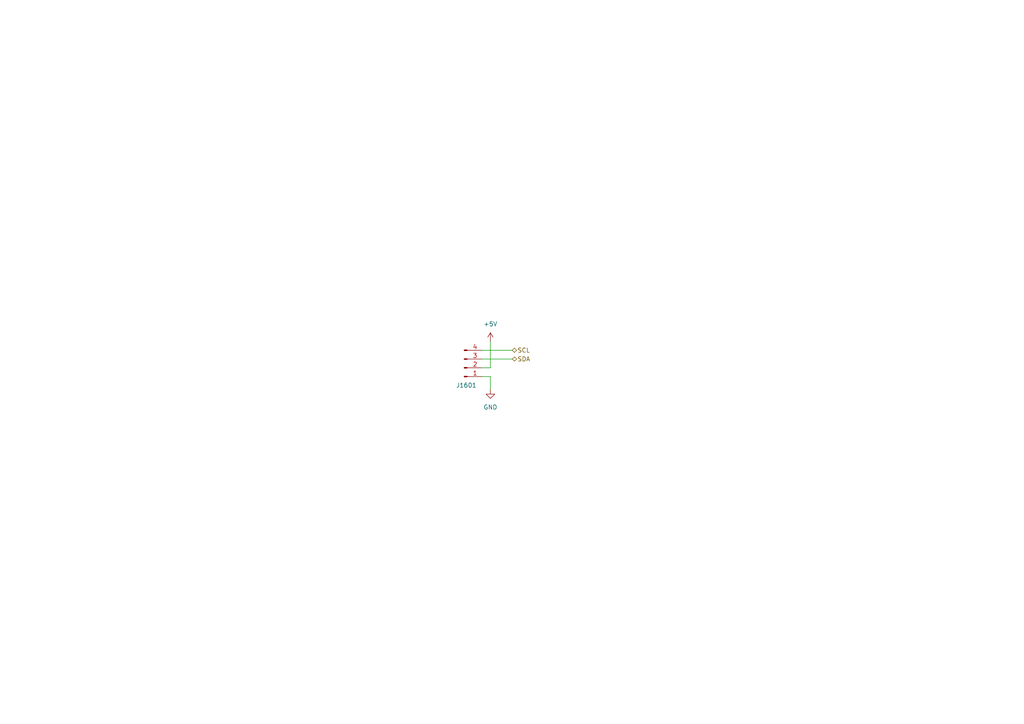
<source format=kicad_sch>
(kicad_sch (version 20230121) (generator eeschema)
  (paper "A4")
  (lib_symbols
    (symbol "Connector:Conn_01x04_Pin" (pin_names (offset 1.016) hide)
      (property "Reference" "J" (at 0 5.08 0))
      (property "Value" "Conn_01x04_Pin" (at 0 -7.62 0))
      (symbol "Conn_01x04_Pin_1_1"
        (polyline (pts (xy 1.27 -5.08) (xy 0.8636 -5.08)) (stroke (width 0.1524)))
        (polyline (pts (xy 1.27 -2.54) (xy 0.8636 -2.54)) (stroke (width 0.1524)))
        (polyline (pts (xy 1.27 0) (xy 0.8636 0)) (stroke (width 0.1524)))
        (polyline (pts (xy 1.27 2.54) (xy 0.8636 2.54)) (stroke (width 0.1524)))
        (rectangle (start 0.8636 -4.953) (end 0 -5.207) (stroke (width 0.1524)) (fill (type outline)))
        (rectangle (start 0.8636 -2.413) (end 0 -2.667) (stroke (width 0.1524)) (fill (type outline)))
        (rectangle (start 0.8636 0.127) (end 0 -0.127) (stroke (width 0.1524)) (fill (type outline)))
        (rectangle (start 0.8636 2.667) (end 0 2.413) (stroke (width 0.1524)) (fill (type outline)))
        (pin passive line (at 5.08 2.54 180) (length 3.81) (name "Pin_1") (number "1"))
        (pin passive line (at 5.08 0 180) (length 3.81) (name "Pin_2") (number "2"))
        (pin passive line (at 5.08 -2.54 180) (length 3.81) (name "Pin_3") (number "3"))
        (pin passive line (at 5.08 -5.08 180) (length 3.81) (name "Pin_4") (number "4"))
      )
    )
    (symbol "power:+5V" (power) (pin_names (offset 0))
      (property "Value" "+5V" (at 0 3.556 0))
      (symbol "+5V_0_1"
        (polyline (pts (xy -0.762 1.27) (xy 0 2.54)))
        (polyline (pts (xy 0 0) (xy 0 2.54)))
        (polyline (pts (xy 0 2.54) (xy 0.762 1.27)))
      )
      (symbol "+5V_1_1"
        (pin power_in line (at 0 0 90) (length 0) hide (name "+5V") (number "1"))
      )
    )
    (symbol "power:GND" (power) (pin_names (offset 0))
      (property "Value" "GND" (at 0 -3.81 0))
      (symbol "GND_0_1"
        (polyline (pts (xy 0 0) (xy 0 -1.27) (xy 1.27 -1.27) (xy 0 -2.54) (xy -1.27 -1.27) (xy 0 -1.27)))
      )
      (symbol "GND_1_1"
        (pin power_in line (at 0 0 270) (length 0) hide (name "GND") (number "1"))
      )
    )
  )
  (wire (pts (xy 142.24 99.06) (xy 142.24 106.68)))
  (wire (pts (xy 139.7 109.22) (xy 142.24 109.22)))
  (wire (pts (xy 142.24 106.68) (xy 139.7 106.68)))
  (wire (pts (xy 139.7 101.6) (xy 148.59 101.6)))
  (wire (pts (xy 139.7 104.14) (xy 148.59 104.14)))
  (wire (pts (xy 142.24 109.22) (xy 142.24 113.03)))
  (hierarchical_label "SDA" (shape bidirectional) (at 148.59 104.14 0))
  (hierarchical_label "SCL" (shape bidirectional) (at 148.59 101.6 0))
  (symbol (lib_id "power:+5V") (at 142.24 99.06 0) (unit 1)
    (property "Reference" "#PWR01601" (effects hide))
    (property "Value" "+5V" (at 142.24 93.98 0))
  )
  (symbol (lib_id "power:GND") (at 142.24 113.03 0) (unit 1)
    (property "Reference" "#PWR01602" (effects hide))
    (property "Value" "GND" (at 142.24 118.11 0))
  )
  (symbol (lib_id "Connector:Conn_01x04_Pin") (at 134.62 106.68 0) (mirror x) (unit 1)
    (property "Reference" "J1601" (at 135.255 111.76 0))
    (property "Value" "Conn_01x04_Pin" (effects hide))
    (property "Footprint" "Connector_PinHeader_2.54mm:PinHeader_1x04_P2.54mm_Horizontal" (effects hide))
  )
)
</source>
